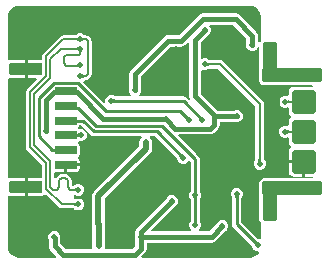
<source format=gbr>
G04*
G04 #@! TF.GenerationSoftware,Altium Limited,Altium Designer,24.7.2 (38)*
G04*
G04 Layer_Physical_Order=4*
G04 Layer_Color=6049555*
%FSLAX25Y25*%
%MOIN*%
G70*
G04*
G04 #@! TF.SameCoordinates,0AE953C0-7C88-47E9-B79E-664DAA7B62C1*
G04*
G04*
G04 #@! TF.FilePolarity,Positive*
G04*
G01*
G75*
G04:AMPARAMS|DCode=32|XSize=196.85mil|YSize=47.24mil|CornerRadius=3.54mil|HoleSize=0mil|Usage=FLASHONLY|Rotation=0.000|XOffset=0mil|YOffset=0mil|HoleType=Round|Shape=RoundedRectangle|*
%AMROUNDEDRECTD32*
21,1,0.19685,0.04016,0,0,0.0*
21,1,0.18976,0.04724,0,0,0.0*
1,1,0.00709,0.09488,-0.02008*
1,1,0.00709,-0.09488,-0.02008*
1,1,0.00709,-0.09488,0.02008*
1,1,0.00709,0.09488,0.02008*
%
%ADD32ROUNDEDRECTD32*%
G04:AMPARAMS|DCode=33|XSize=78.74mil|YSize=78.74mil|CornerRadius=5.91mil|HoleSize=0mil|Usage=FLASHONLY|Rotation=0.000|XOffset=0mil|YOffset=0mil|HoleType=Round|Shape=RoundedRectangle|*
%AMROUNDEDRECTD33*
21,1,0.07874,0.06693,0,0,0.0*
21,1,0.06693,0.07874,0,0,0.0*
1,1,0.01181,0.03347,-0.03347*
1,1,0.01181,-0.03347,-0.03347*
1,1,0.01181,-0.03347,0.03347*
1,1,0.01181,0.03347,0.03347*
%
%ADD33ROUNDEDRECTD33*%
G04:AMPARAMS|DCode=34|XSize=98.43mil|YSize=47.24mil|CornerRadius=3.54mil|HoleSize=0mil|Usage=FLASHONLY|Rotation=90.000|XOffset=0mil|YOffset=0mil|HoleType=Round|Shape=RoundedRectangle|*
%AMROUNDEDRECTD34*
21,1,0.09843,0.04016,0,0,90.0*
21,1,0.09134,0.04724,0,0,90.0*
1,1,0.00709,0.02008,0.04567*
1,1,0.00709,0.02008,-0.04567*
1,1,0.00709,-0.02008,-0.04567*
1,1,0.00709,-0.02008,0.04567*
%
%ADD34ROUNDEDRECTD34*%
%ADD61C,0.01772*%
%ADD62C,0.00618*%
%ADD63C,0.00799*%
%ADD64C,0.02165*%
%ADD65C,0.01000*%
%ADD68C,0.01968*%
G04:AMPARAMS|DCode=69|XSize=26mil|YSize=71mil|CornerRadius=1.3mil|HoleSize=0mil|Usage=FLASHONLY|Rotation=90.000|XOffset=0mil|YOffset=0mil|HoleType=Round|Shape=RoundedRectangle|*
%AMROUNDEDRECTD69*
21,1,0.02600,0.06840,0,0,90.0*
21,1,0.02340,0.07100,0,0,90.0*
1,1,0.00260,0.03420,0.01170*
1,1,0.00260,0.03420,-0.01170*
1,1,0.00260,-0.03420,-0.01170*
1,1,0.00260,-0.03420,0.01170*
%
%ADD69ROUNDEDRECTD69*%
G04:AMPARAMS|DCode=70|XSize=110mil|YSize=39mil|CornerRadius=1.95mil|HoleSize=0mil|Usage=FLASHONLY|Rotation=0.000|XOffset=0mil|YOffset=0mil|HoleType=Round|Shape=RoundedRectangle|*
%AMROUNDEDRECTD70*
21,1,0.11000,0.03510,0,0,0.0*
21,1,0.10610,0.03900,0,0,0.0*
1,1,0.00390,0.05305,-0.01755*
1,1,0.00390,-0.05305,-0.01755*
1,1,0.00390,-0.05305,0.01755*
1,1,0.00390,0.05305,0.01755*
%
%ADD70ROUNDEDRECTD70*%
G36*
X212578Y140404D02*
X213310Y140258D01*
X214000Y139972D01*
X214620Y139558D01*
X215148Y139030D01*
X215563Y138409D01*
X215849Y137720D01*
X215994Y136987D01*
X215994Y128826D01*
X215913Y128772D01*
X215640Y128363D01*
X215579Y128316D01*
X215081Y128207D01*
X215008Y128277D01*
Y130388D01*
X214862Y131124D01*
X214445Y131748D01*
X208885Y137308D01*
X208261Y137725D01*
X207525Y137872D01*
X196579D01*
X195843Y137725D01*
X195219Y137308D01*
X188574Y130663D01*
X185079D01*
X184343Y130517D01*
X183720Y130100D01*
X172656Y119036D01*
X172239Y118413D01*
X172093Y117677D01*
Y112732D01*
X172031Y112584D01*
Y111794D01*
X172334Y111065D01*
X172708Y110691D01*
X172501Y110191D01*
X167419D01*
X167266Y110344D01*
X166536Y110646D01*
X165747D01*
X165018Y110344D01*
X164460Y109785D01*
X164157Y109056D01*
Y108299D01*
X164069Y108222D01*
X163711Y108039D01*
X156836Y114913D01*
X156910Y115286D01*
X157079Y115455D01*
X157138Y115490D01*
X157193Y115539D01*
X157222Y115561D01*
X157246Y115577D01*
X157263Y115588D01*
X157276Y115594D01*
X157277Y115594D01*
X157551D01*
X157551Y115594D01*
X158061Y115696D01*
X158494Y115985D01*
X159219Y116710D01*
X159219Y116710D01*
X159509Y117143D01*
X159610Y117654D01*
X159610Y117654D01*
Y128569D01*
X159610Y128569D01*
X159509Y129080D01*
X159219Y129513D01*
X159219Y129513D01*
X158512Y130220D01*
X158079Y130510D01*
X157568Y130611D01*
X157568Y130611D01*
X157222D01*
X157210Y130619D01*
X157192Y130632D01*
X157168Y130652D01*
X157117Y130701D01*
X157041Y130750D01*
X156832Y130959D01*
X156103Y131261D01*
X155314D01*
X154584Y130959D01*
X154375Y130750D01*
X154299Y130701D01*
X154248Y130652D01*
X154224Y130632D01*
X154206Y130619D01*
X154194Y130611D01*
X150143D01*
X150143Y130611D01*
X149632Y130510D01*
X149199Y130220D01*
X149199Y130220D01*
X143461Y124482D01*
X143171Y124049D01*
X143070Y123538D01*
X143070Y123538D01*
Y122265D01*
X138295D01*
Y119291D01*
Y116318D01*
X141185D01*
X141377Y115856D01*
X138033Y112512D01*
X137743Y112079D01*
X137642Y111568D01*
X137642Y111568D01*
Y93307D01*
X137642Y93307D01*
X137743Y92796D01*
X138033Y92363D01*
X143070Y87326D01*
Y83091D01*
X138295D01*
Y80118D01*
Y77145D01*
X143100D01*
X143567Y77237D01*
X143962Y77502D01*
X144344Y77539D01*
X148644Y73239D01*
X148644Y73239D01*
X149077Y72950D01*
X149588Y72849D01*
X153652D01*
X153664Y72841D01*
X153682Y72828D01*
X153706Y72808D01*
X153757Y72759D01*
X153833Y72710D01*
X154042Y72501D01*
X154771Y72199D01*
X155561D01*
X156290Y72501D01*
X156848Y73059D01*
X157150Y73789D01*
Y74578D01*
X156848Y75307D01*
X156290Y75865D01*
X155561Y76168D01*
X154771D01*
X154122Y75899D01*
X153812Y76023D01*
X153622Y76153D01*
Y77117D01*
X153743Y77226D01*
X154122Y77399D01*
X154723Y77150D01*
X155513D01*
X156242Y77452D01*
X156800Y78010D01*
X157102Y78739D01*
Y79528D01*
X156800Y80258D01*
X156242Y80816D01*
X155513Y81118D01*
X154723D01*
X153994Y80816D01*
X153785Y80607D01*
X153709Y80559D01*
X153658Y80510D01*
X153634Y80489D01*
X153616Y80476D01*
X153604Y80469D01*
X152915D01*
X152910Y80474D01*
Y82283D01*
X152910Y82284D01*
X152808Y82794D01*
X152519Y83227D01*
X152519Y83227D01*
X151731Y84015D01*
X151298Y84304D01*
X150787Y84406D01*
X150787Y84406D01*
X149543D01*
X149543Y84406D01*
X149032Y84304D01*
X148599Y84015D01*
X148599Y84015D01*
X147875Y83290D01*
X147657Y82964D01*
X147157Y83070D01*
Y84766D01*
X147544Y85084D01*
X147564Y85079D01*
X150484D01*
Y87402D01*
X150984D01*
Y87902D01*
X155556D01*
Y88572D01*
X155469Y89012D01*
X155219Y89386D01*
X154911Y89592D01*
X154875Y89862D01*
X154911Y90133D01*
X155219Y90338D01*
X155469Y90712D01*
X155556Y91153D01*
Y93493D01*
X155469Y93934D01*
X155219Y94308D01*
X154911Y94513D01*
X154875Y94784D01*
X154910Y95041D01*
X155320Y95314D01*
X155520Y95231D01*
X156309D01*
X157039Y95533D01*
X157597Y96091D01*
X157899Y96820D01*
Y97610D01*
X157597Y98339D01*
X157039Y98897D01*
X156309Y99199D01*
X155520D01*
X155299Y99108D01*
X155219Y99229D01*
X154911Y99434D01*
X154875Y99705D01*
X154911Y99975D01*
X155219Y100181D01*
X155469Y100555D01*
X155485Y100636D01*
X156091D01*
X159283Y97444D01*
X159779Y97113D01*
X160364Y96996D01*
X176075D01*
X176226Y96496D01*
X176058Y96383D01*
X175597Y95695D01*
X175436Y94882D01*
Y93596D01*
X160310Y78470D01*
X159849Y77781D01*
X159688Y76968D01*
Y67716D01*
X159736Y67473D01*
Y60285D01*
X159835Y59789D01*
X159464Y59289D01*
X150911D01*
X149129Y61070D01*
Y62754D01*
X149153Y62812D01*
Y63601D01*
X148851Y64331D01*
X148293Y64889D01*
X147564Y65191D01*
X146774D01*
X146045Y64889D01*
X145487Y64331D01*
X145185Y63601D01*
Y62812D01*
X145284Y62573D01*
Y60274D01*
X145430Y59538D01*
X145847Y58914D01*
X147853Y56909D01*
X147661Y56447D01*
X135433D01*
X135060Y56447D01*
X134328Y56592D01*
X133638Y56878D01*
X133017Y57293D01*
X132490Y57821D01*
X132075Y58441D01*
X131789Y59131D01*
X131643Y59863D01*
Y76936D01*
X132143Y77214D01*
X132490Y77145D01*
X137295D01*
Y80118D01*
Y83091D01*
X132490D01*
X132143Y83023D01*
X131643Y83300D01*
X131643Y116109D01*
X132143Y116387D01*
X132490Y116318D01*
X137295D01*
Y119291D01*
Y122265D01*
X132490D01*
X132143Y122196D01*
X131643Y122473D01*
Y136987D01*
X131789Y137720D01*
X132075Y138409D01*
X132490Y139030D01*
X133017Y139558D01*
X133638Y139972D01*
X134328Y140258D01*
X135060Y140404D01*
X135433Y140404D01*
X212205Y140404D01*
X212578Y140404D01*
D02*
G37*
G36*
X156486Y129894D02*
X156563Y129829D01*
X156641Y129772D01*
X156721Y129723D01*
X156803Y129681D01*
X156886Y129647D01*
X156970Y129620D01*
X157056Y129601D01*
X157144Y129590D01*
X157233Y129586D01*
Y128968D01*
X157144Y128964D01*
X157056Y128953D01*
X156970Y128934D01*
X156886Y128907D01*
X156803Y128873D01*
X156721Y128831D01*
X156641Y128781D01*
X156563Y128725D01*
X156486Y128660D01*
X156411Y128588D01*
Y129966D01*
X156486Y129894D01*
D02*
G37*
G36*
X155005Y128588D02*
X154930Y128660D01*
X154853Y128725D01*
X154775Y128781D01*
X154695Y128831D01*
X154613Y128873D01*
X154531Y128907D01*
X154446Y128934D01*
X154360Y128953D01*
X154272Y128964D01*
X154183Y128968D01*
Y129586D01*
X154272Y129590D01*
X154360Y129601D01*
X154446Y129620D01*
X154531Y129647D01*
X154613Y129681D01*
X154695Y129723D01*
X154775Y129772D01*
X154853Y129829D01*
X154930Y129894D01*
X155005Y129966D01*
Y128588D01*
D02*
G37*
G36*
X155078Y125445D02*
X155002Y125517D01*
X154926Y125581D01*
X154847Y125638D01*
X154767Y125688D01*
X154686Y125730D01*
X154603Y125764D01*
X154518Y125790D01*
X154432Y125809D01*
X154345Y125821D01*
X154255Y125824D01*
Y126443D01*
X154345Y126446D01*
X154432Y126458D01*
X154518Y126477D01*
X154603Y126503D01*
X154686Y126538D01*
X154767Y126579D01*
X154847Y126629D01*
X154926Y126686D01*
X155002Y126750D01*
X155078Y126822D01*
Y125445D01*
D02*
G37*
G36*
X156397Y125355D02*
X156333Y125279D01*
X156276Y125200D01*
X156226Y125120D01*
X156185Y125039D01*
X156150Y124956D01*
X156124Y124871D01*
X156105Y124785D01*
X156093Y124698D01*
X156090Y124609D01*
X155472D01*
X155468Y124698D01*
X155456Y124785D01*
X155437Y124871D01*
X155411Y124956D01*
X155377Y125039D01*
X155335Y125120D01*
X155285Y125200D01*
X155228Y125279D01*
X155164Y125355D01*
X155092Y125431D01*
X156470D01*
X156397Y125355D01*
D02*
G37*
G36*
X198120Y121500D02*
X198183Y121451D01*
X198251Y121407D01*
X198323Y121370D01*
X198400Y121338D01*
X198481Y121312D01*
X198566Y121292D01*
X198656Y121277D01*
X198750Y121269D01*
X198848Y121266D01*
Y120466D01*
X198750Y120464D01*
X198656Y120455D01*
X198566Y120440D01*
X198481Y120420D01*
X198400Y120394D01*
X198323Y120362D01*
X198251Y120325D01*
X198183Y120281D01*
X198120Y120232D01*
X198061Y120177D01*
Y121555D01*
X198120Y121500D01*
D02*
G37*
G36*
X155180Y119830D02*
X155093Y119893D01*
X154919Y120000D01*
X154832Y120043D01*
X154746Y120080D01*
X154659Y120110D01*
X154572Y120133D01*
X154485Y120150D01*
X154399Y120160D01*
X154312Y120163D01*
X154220Y120782D01*
X154311Y120786D01*
X154399Y120798D01*
X154483Y120819D01*
X154565Y120847D01*
X154643Y120885D01*
X154718Y120930D01*
X154790Y120984D01*
X154859Y121045D01*
X154925Y121116D01*
X154987Y121194D01*
X155180Y119830D01*
D02*
G37*
G36*
X156588Y117555D02*
X156661Y117488D01*
X156737Y117430D01*
X156815Y117379D01*
X156895Y117336D01*
X156976Y117301D01*
X157060Y117273D01*
X157146Y117254D01*
X157234Y117242D01*
X157323Y117238D01*
X157297Y116620D01*
X157209Y116616D01*
X157121Y116605D01*
X157035Y116587D01*
X156950Y116561D01*
X156866Y116528D01*
X156782Y116488D01*
X156700Y116440D01*
X156620Y116384D01*
X156540Y116322D01*
X156461Y116252D01*
X156516Y117629D01*
X156588Y117555D01*
D02*
G37*
G36*
X192172Y128169D02*
Y110236D01*
X192318Y109500D01*
X192375Y109416D01*
X191986Y109097D01*
X191340Y109743D01*
X190844Y110074D01*
X190259Y110191D01*
X175531D01*
X175324Y110691D01*
X175698Y111065D01*
X176000Y111794D01*
Y112584D01*
X175938Y112732D01*
Y116880D01*
X185875Y126817D01*
X189370D01*
X190106Y126964D01*
X190730Y127381D01*
X191710Y128361D01*
X192172Y128169D01*
D02*
G37*
G36*
X166885Y109315D02*
X166933Y109282D01*
X166989Y109254D01*
X167051Y109229D01*
X167121Y109209D01*
X167198Y109192D01*
X167283Y109178D01*
X167375Y109169D01*
X167580Y109161D01*
Y108161D01*
X167474Y108159D01*
X167283Y108144D01*
X167198Y108131D01*
X167121Y108114D01*
X167051Y108093D01*
X166989Y108069D01*
X166933Y108040D01*
X166885Y108008D01*
X166845Y107972D01*
Y109350D01*
X166885Y109315D01*
D02*
G37*
G36*
X224935Y109059D02*
X224998Y109010D01*
X225066Y108967D01*
X225138Y108929D01*
X225215Y108897D01*
X225296Y108871D01*
X225381Y108851D01*
X225471Y108836D01*
X225565Y108828D01*
X225663Y108825D01*
Y108026D01*
X225565Y108023D01*
X225471Y108014D01*
X225381Y108000D01*
X225296Y107979D01*
X225215Y107953D01*
X225138Y107921D01*
X225066Y107884D01*
X224998Y107840D01*
X224935Y107791D01*
X224876Y107736D01*
Y109114D01*
X224935Y109059D01*
D02*
G37*
G36*
X195944Y103686D02*
X196089Y103561D01*
X196158Y103509D01*
X196223Y103465D01*
X196287Y103429D01*
X196347Y103400D01*
X196405Y103379D01*
X196460Y103365D01*
X196513Y103359D01*
X195487Y102439D01*
X195486Y102494D01*
X195478Y102552D01*
X195461Y102612D01*
X195436Y102674D01*
X195403Y102739D01*
X195361Y102806D01*
X195312Y102875D01*
X195255Y102947D01*
X195115Y103098D01*
X195867Y103760D01*
X195944Y103686D01*
D02*
G37*
G36*
X191539Y103673D02*
X191685Y103548D01*
X191754Y103498D01*
X191820Y103455D01*
X191885Y103421D01*
X191946Y103394D01*
X192005Y103375D01*
X192062Y103364D01*
X192116Y103360D01*
X191142Y102386D01*
X191138Y102440D01*
X191127Y102497D01*
X191108Y102556D01*
X191081Y102617D01*
X191047Y102682D01*
X191004Y102748D01*
X190954Y102817D01*
X190895Y102889D01*
X190755Y103040D01*
X191463Y103747D01*
X191539Y103673D01*
D02*
G37*
G36*
X224778Y99059D02*
X224841Y99010D01*
X224909Y98967D01*
X224981Y98929D01*
X225057Y98897D01*
X225138Y98871D01*
X225223Y98851D01*
X225313Y98836D01*
X225407Y98828D01*
X225506Y98825D01*
Y98026D01*
X225407Y98023D01*
X225313Y98014D01*
X225223Y98000D01*
X225138Y97979D01*
X225057Y97953D01*
X224981Y97921D01*
X224909Y97884D01*
X224841Y97840D01*
X224778Y97791D01*
X224719Y97736D01*
Y99114D01*
X224778Y99059D01*
D02*
G37*
G36*
X155202Y96537D02*
X155161Y96573D01*
X155114Y96606D01*
X155059Y96635D01*
X154996Y96660D01*
X154926Y96681D01*
X154849Y96699D01*
X154765Y96712D01*
X154673Y96722D01*
X154468Y96730D01*
X154485Y97730D01*
X154592Y97732D01*
X154782Y97746D01*
X154867Y97759D01*
X154945Y97776D01*
X155015Y97796D01*
X155077Y97820D01*
X155133Y97848D01*
X155181Y97879D01*
X155222Y97914D01*
X155202Y96537D01*
D02*
G37*
G36*
X189583Y91078D02*
X189729Y90953D01*
X189798Y90903D01*
X189865Y90860D01*
X189929Y90826D01*
X189990Y90799D01*
X190050Y90780D01*
X190106Y90769D01*
X190160Y90765D01*
X189186Y89791D01*
X189183Y89845D01*
X189172Y89902D01*
X189152Y89961D01*
X189126Y90022D01*
X189091Y90087D01*
X189048Y90153D01*
X188998Y90222D01*
X188940Y90294D01*
X188800Y90444D01*
X189507Y91152D01*
X189583Y91078D01*
D02*
G37*
G36*
X215954Y89187D02*
X215962Y89093D01*
X215977Y89003D01*
X215997Y88918D01*
X216023Y88837D01*
X216055Y88760D01*
X216093Y88688D01*
X216136Y88620D01*
X216185Y88557D01*
X216240Y88498D01*
X214862D01*
X214917Y88557D01*
X214966Y88620D01*
X215010Y88688D01*
X215047Y88760D01*
X215079Y88837D01*
X215105Y88918D01*
X215125Y89003D01*
X215140Y89093D01*
X215149Y89187D01*
X215152Y89285D01*
X215951D01*
X215954Y89187D01*
D02*
G37*
G36*
X211163Y129592D02*
Y127778D01*
X211101Y127630D01*
Y126840D01*
X211403Y126111D01*
X211962Y125553D01*
X212691Y125251D01*
X213480D01*
X214210Y125553D01*
X214768Y126111D01*
X215009Y126694D01*
X215509Y126594D01*
Y119331D01*
X215509Y119331D01*
Y115315D01*
X215614Y114787D01*
X215913Y114339D01*
X216361Y114039D01*
X216890Y113934D01*
X233059D01*
X233378Y113434D01*
X233359Y113393D01*
X226969D01*
X226348Y113270D01*
X225822Y112918D01*
X225470Y112392D01*
X225347Y111772D01*
Y110628D01*
X224847Y110294D01*
X224568Y110409D01*
X223779D01*
X223049Y110107D01*
X222491Y109549D01*
X222189Y108820D01*
Y108030D01*
X222491Y107301D01*
X223049Y106743D01*
X223779Y106441D01*
X224568D01*
X224847Y106556D01*
X225347Y106222D01*
Y105079D01*
X225470Y104458D01*
X225822Y103932D01*
X226163Y103704D01*
Y103146D01*
X225822Y102918D01*
X225470Y102392D01*
X225347Y101772D01*
Y100554D01*
X224847Y100229D01*
X224410Y100409D01*
X223621D01*
X222892Y100107D01*
X222334Y99549D01*
X222031Y98820D01*
Y98031D01*
X222334Y97301D01*
X222892Y96743D01*
X223621Y96441D01*
X224410D01*
X224847Y96622D01*
X225347Y96297D01*
Y95079D01*
X225470Y94458D01*
X225822Y93932D01*
X226163Y93704D01*
Y93146D01*
X225822Y92918D01*
X225470Y92392D01*
X225347Y91772D01*
Y88925D01*
X230315D01*
Y88425D01*
X230815D01*
Y83457D01*
X233359D01*
X233378Y83416D01*
X233059Y82916D01*
X216890D01*
X216361Y82811D01*
X215913Y82512D01*
X215614Y82064D01*
X215509Y81535D01*
Y77520D01*
X215509Y77520D01*
Y69055D01*
X215614Y68527D01*
X215913Y68079D01*
X215994Y68025D01*
Y62800D01*
X215579Y62522D01*
X215355Y62614D01*
X215139D01*
X209431Y68322D01*
Y76369D01*
X209584Y76522D01*
X209886Y77251D01*
Y78041D01*
X209584Y78770D01*
X209026Y79328D01*
X208296Y79630D01*
X207507D01*
X206778Y79328D01*
X206219Y78770D01*
X205917Y78041D01*
Y77251D01*
X206219Y76522D01*
X206372Y76369D01*
Y67689D01*
X206489Y67104D01*
X206820Y66607D01*
X212976Y60451D01*
Y60235D01*
X213279Y59506D01*
X213837Y58948D01*
X214566Y58646D01*
X215098D01*
X215369Y58152D01*
X215148Y57820D01*
X214620Y57293D01*
X214000Y56878D01*
X213310Y56592D01*
X212578Y56447D01*
X212205Y56447D01*
X176355D01*
X176163Y56909D01*
X177344Y58089D01*
X177761Y58713D01*
X177907Y59449D01*
Y61463D01*
X199606D01*
X200342Y61609D01*
X200966Y62026D01*
X204125Y65185D01*
X204274Y65247D01*
X204832Y65805D01*
X205134Y66534D01*
Y67324D01*
X204832Y68053D01*
X204274Y68611D01*
X203544Y68913D01*
X202755D01*
X202026Y68611D01*
X201467Y68053D01*
X201406Y67905D01*
X198810Y65309D01*
X195594D01*
X195386Y65809D01*
X195777Y66199D01*
X196079Y66928D01*
Y67717D01*
X195777Y68447D01*
X195624Y68600D01*
Y75889D01*
X195831Y76096D01*
X196133Y76825D01*
Y77614D01*
X195831Y78344D01*
X195624Y78551D01*
Y89331D01*
X195508Y89916D01*
X195176Y90412D01*
X194467Y91121D01*
X194388Y91239D01*
X188506Y97121D01*
X188698Y97583D01*
X199112D01*
X199848Y97729D01*
X200472Y98146D01*
X201753Y99428D01*
X202170Y100052D01*
X202316Y100787D01*
Y101620D01*
X207331D01*
X207479Y101559D01*
X208269D01*
X208998Y101861D01*
X209556Y102419D01*
X209858Y103149D01*
Y103938D01*
X209556Y104667D01*
X208998Y105226D01*
X208269Y105528D01*
X207479D01*
X207331Y105466D01*
X201584D01*
X196017Y111033D01*
Y118748D01*
X196517Y119067D01*
X196964Y118882D01*
X197753D01*
X198482Y119184D01*
X198686Y119388D01*
X198757Y119432D01*
X198765Y119439D01*
X201771D01*
X214124Y107086D01*
Y89202D01*
X214117Y89194D01*
X214073Y89123D01*
X213869Y88919D01*
X213567Y88190D01*
Y87401D01*
X213869Y86671D01*
X214427Y86113D01*
X215157Y85811D01*
X215946D01*
X216675Y86113D01*
X217233Y86671D01*
X217535Y87401D01*
Y88190D01*
X217233Y88919D01*
X217029Y89123D01*
X216986Y89194D01*
X216978Y89202D01*
Y107677D01*
X216978Y107677D01*
X216870Y108223D01*
X216560Y108686D01*
X216560Y108686D01*
X203371Y121875D01*
X202908Y122185D01*
X202362Y122293D01*
X202362Y122293D01*
X198765D01*
X198757Y122301D01*
X198686Y122344D01*
X198482Y122548D01*
X197753Y122850D01*
X196964D01*
X196517Y122666D01*
X196017Y122985D01*
Y128337D01*
X198220Y130540D01*
X198368Y130601D01*
X198926Y131159D01*
X199228Y131889D01*
Y132678D01*
X198926Y133407D01*
X198808Y133526D01*
X199015Y134026D01*
X206729D01*
X211163Y129592D01*
D02*
G37*
G36*
X154415Y78445D02*
X154340Y78517D01*
X154263Y78582D01*
X154185Y78639D01*
X154105Y78688D01*
X154024Y78730D01*
X153940Y78764D01*
X153856Y78791D01*
X153770Y78810D01*
X153682Y78821D01*
X153593Y78825D01*
Y79443D01*
X153682Y79447D01*
X153770Y79458D01*
X153856Y79477D01*
X153940Y79504D01*
X154024Y79538D01*
X154105Y79580D01*
X154185Y79629D01*
X154263Y79686D01*
X154340Y79751D01*
X154415Y79823D01*
Y78445D01*
D02*
G37*
G36*
X194597Y78582D02*
X194613Y78391D01*
X194627Y78307D01*
X194645Y78231D01*
X194668Y78162D01*
X194694Y78100D01*
X194725Y78046D01*
X194759Y77999D01*
X194798Y77960D01*
X193422Y77883D01*
X193455Y77925D01*
X193484Y77974D01*
X193510Y78029D01*
X193532Y78092D01*
X193551Y78163D01*
X193567Y78241D01*
X193579Y78325D01*
X193593Y78517D01*
X193595Y78623D01*
X194595Y78688D01*
X194597Y78582D01*
D02*
G37*
G36*
X208555Y76903D02*
X208523Y76855D01*
X208494Y76799D01*
X208470Y76737D01*
X208449Y76667D01*
X208432Y76590D01*
X208419Y76505D01*
X208409Y76413D01*
X208402Y76208D01*
X207402D01*
X207400Y76314D01*
X207385Y76505D01*
X207371Y76590D01*
X207354Y76667D01*
X207334Y76737D01*
X207309Y76799D01*
X207281Y76855D01*
X207248Y76903D01*
X207213Y76943D01*
X208591D01*
X208555Y76903D01*
D02*
G37*
G36*
X194798Y76480D02*
X194759Y76440D01*
X194725Y76394D01*
X194694Y76339D01*
X194668Y76278D01*
X194645Y76209D01*
X194627Y76132D01*
X194613Y76048D01*
X194597Y75858D01*
X194595Y75752D01*
X193595Y75816D01*
X193593Y75923D01*
X193579Y76114D01*
X193567Y76199D01*
X193551Y76276D01*
X193532Y76347D01*
X193510Y76410D01*
X193484Y76466D01*
X193455Y76515D01*
X193422Y76556D01*
X194798Y76480D01*
D02*
G37*
G36*
X154463Y73494D02*
X154388Y73567D01*
X154311Y73631D01*
X154233Y73688D01*
X154153Y73738D01*
X154071Y73779D01*
X153988Y73813D01*
X153904Y73840D01*
X153818Y73859D01*
X153730Y73870D01*
X153641Y73874D01*
Y74492D01*
X153730Y74496D01*
X153818Y74507D01*
X153904Y74527D01*
X153988Y74553D01*
X154071Y74587D01*
X154153Y74629D01*
X154233Y74678D01*
X154311Y74735D01*
X154388Y74800D01*
X154463Y74872D01*
Y73494D01*
D02*
G37*
G36*
X194596Y68655D02*
X194612Y68464D01*
X194625Y68379D01*
X194642Y68302D01*
X194662Y68232D01*
X194687Y68170D01*
X194715Y68114D01*
X194748Y68066D01*
X194783Y68026D01*
X193405D01*
X193441Y68066D01*
X193474Y68114D01*
X193502Y68170D01*
X193526Y68232D01*
X193547Y68302D01*
X193564Y68379D01*
X193578Y68464D01*
X193587Y68556D01*
X193595Y68761D01*
X194595D01*
X194596Y68655D01*
D02*
G37*
G36*
X188186Y89602D02*
Y89386D01*
X188488Y88657D01*
X189046Y88099D01*
X189776Y87797D01*
X190565D01*
X191294Y88099D01*
X191852Y88657D01*
X192330Y88525D01*
X192565Y88326D01*
Y78442D01*
X192467Y78344D01*
X192165Y77614D01*
Y76825D01*
X192467Y76096D01*
X192565Y75997D01*
Y68600D01*
X192412Y68447D01*
X192110Y67717D01*
Y66928D01*
X192412Y66199D01*
X192803Y65809D01*
X192596Y65309D01*
X179705D01*
X179513Y65771D01*
X187196Y73453D01*
X187345Y73515D01*
X187903Y74073D01*
X188205Y74802D01*
Y75591D01*
X187903Y76321D01*
X187345Y76879D01*
X186615Y77181D01*
X185826D01*
X185097Y76879D01*
X184538Y76321D01*
X184477Y76172D01*
X174641Y66336D01*
X174224Y65712D01*
X174077Y64977D01*
Y63968D01*
X174000Y63780D01*
Y62991D01*
X174062Y62843D01*
Y60245D01*
X173105Y59289D01*
X164335D01*
X163942Y59789D01*
X164031Y60236D01*
X163983Y60479D01*
Y67668D01*
X163935Y67911D01*
Y76089D01*
X179061Y91215D01*
X179521Y91904D01*
X179683Y92716D01*
Y94882D01*
X179521Y95695D01*
X179061Y96383D01*
X178892Y96496D01*
X179043Y96996D01*
X180792D01*
X188186Y89602D01*
D02*
G37*
G36*
X214374Y61927D02*
X214519Y61802D01*
X214588Y61752D01*
X214655Y61709D01*
X214719Y61675D01*
X214781Y61648D01*
X214840Y61629D01*
X214897Y61617D01*
X214951Y61614D01*
X213976Y60640D01*
X213973Y60694D01*
X213962Y60751D01*
X213943Y60810D01*
X213916Y60871D01*
X213881Y60935D01*
X213839Y61002D01*
X213788Y61071D01*
X213730Y61143D01*
X213590Y61293D01*
X214297Y62001D01*
X214374Y61927D01*
D02*
G37*
%LPC*%
G36*
X155556Y86902D02*
X151484D01*
Y85079D01*
X154404D01*
X154845Y85167D01*
X155219Y85417D01*
X155469Y85791D01*
X155556Y86232D01*
Y86902D01*
D02*
G37*
G36*
X229815Y87925D02*
X225347D01*
Y85079D01*
X225470Y84458D01*
X225822Y83932D01*
X226348Y83580D01*
X226969Y83457D01*
X229815D01*
Y87925D01*
D02*
G37*
%LPD*%
D32*
X226378Y117323D02*
D03*
Y79528D02*
D03*
D33*
X230315Y108425D02*
D03*
Y98425D02*
D03*
Y88425D02*
D03*
D34*
X218898Y123228D02*
D03*
Y73622D02*
D03*
D61*
X200394Y103937D02*
X200787Y103543D01*
X207874D01*
X194095Y110236D02*
X200394Y103937D01*
Y100787D02*
Y103937D01*
X194095Y110236D02*
Y129134D01*
X199112Y99506D02*
X200394Y100787D01*
X187502Y99506D02*
X199112D01*
X194095Y129134D02*
X197244Y132283D01*
X184252Y102756D02*
X187502Y99506D01*
X144488Y109055D02*
X147027Y111594D01*
X144488Y98819D02*
Y109055D01*
X175984Y63386D02*
X199606D01*
X203150Y66929D01*
X176000Y63402D02*
Y64977D01*
X175984Y63386D02*
X176000Y63402D01*
Y64977D02*
X186204Y75181D01*
X147206Y60274D02*
Y63169D01*
X147169Y63207D02*
X147206Y63169D01*
Y60274D02*
X150114Y57366D01*
X174016Y117677D02*
X185079Y128740D01*
X174016Y112189D02*
Y117677D01*
X154548Y111594D02*
X163386Y102756D01*
X184252D01*
X150114Y57366D02*
X173902D01*
X175984Y59449D01*
Y63386D01*
X147027Y111594D02*
X150570D01*
X150984Y112008D01*
X151398Y111594D02*
X154548D01*
X150984Y112008D02*
X151398Y111594D01*
X189370Y128740D02*
X196579Y135949D01*
X185079Y128740D02*
X189370D01*
X196579Y135949D02*
X207525D01*
X213086Y130388D01*
Y127235D02*
Y130388D01*
D62*
X149588Y74183D02*
X155166D01*
X144404Y79366D02*
X149588Y74183D01*
X149362Y126134D02*
X155780D01*
X145823Y122594D02*
X149362Y126134D01*
X151181Y124016D02*
X155320D01*
X155780Y124477D01*
Y126134D01*
X151181Y120472D02*
X155642D01*
X150394Y121260D02*
Y123228D01*
Y121260D02*
X151181Y120472D01*
X155642D02*
X155780Y120610D01*
X150394Y123228D02*
X151181Y124016D01*
X155786Y116949D02*
X155806Y116929D01*
X157551D01*
X158275Y117654D02*
Y128569D01*
X157568Y129277D02*
X158275Y128569D01*
X150143Y129277D02*
X157568D01*
X151575Y79921D02*
Y82284D01*
X152362Y79134D02*
X155118D01*
X151575Y79921D02*
X152362Y79134D01*
X149543Y83071D02*
X150787D01*
X151575Y82284D01*
X148819Y82347D02*
X149543Y83071D01*
X148819Y79921D02*
Y82347D01*
X146687Y79089D02*
X147987D01*
X148819Y79921D01*
X144404Y123538D02*
X150143Y129277D01*
X145823Y79954D02*
X146687Y79089D01*
X157551Y116929D02*
X158275Y117654D01*
X145823Y116409D02*
Y122594D01*
X138976Y93307D02*
Y111568D01*
Y93307D02*
X144404Y87879D01*
Y79366D02*
Y87879D01*
X138976Y111568D02*
X144404Y116996D01*
X140394Y110981D02*
X145823Y116409D01*
X140394Y94017D02*
X143073Y91339D01*
X140394Y94017D02*
Y110981D01*
X143073Y91339D02*
X145823Y88589D01*
X143073Y91339D02*
Y91339D01*
X145823Y79954D02*
Y88589D01*
X144404Y116996D02*
Y123538D01*
D63*
X215551Y87795D02*
Y107677D01*
X202362Y120866D02*
X215551Y107677D01*
X197358Y120866D02*
X202362D01*
X224016Y98425D02*
X230315D01*
X224173Y108425D02*
X230315D01*
D64*
X177559Y92716D02*
Y94882D01*
X161811Y76968D02*
X177559Y92716D01*
X161811Y67716D02*
Y76968D01*
X161859Y60285D02*
Y67668D01*
X161811Y67716D02*
X161859Y67668D01*
Y60285D02*
X161908Y60236D01*
D65*
X142004Y109644D02*
X146955Y114595D01*
X154991D01*
X164197Y105390D01*
X190259Y108661D02*
X196469Y102451D01*
Y102376D02*
Y102451D01*
X185407Y105390D02*
X185423Y105375D01*
X189127D02*
X192059Y102443D01*
X185423Y105375D02*
X189127D01*
X166142Y108661D02*
X190259D01*
X164197Y105390D02*
X185407D01*
X207902Y67689D02*
X214961Y60630D01*
X207902Y67689D02*
Y77646D01*
X194095Y67323D02*
Y89331D01*
X193307Y90118D02*
X194095Y89331D01*
X193307Y90118D02*
Y90158D01*
X183071Y100394D02*
X193307Y90158D01*
X161024Y100394D02*
X183071D01*
X181426Y98526D02*
X190170Y89781D01*
X155105Y106312D02*
X161024Y100394D01*
X160364Y98526D02*
X181426D01*
X156724Y102165D02*
X160364Y98526D01*
X150984Y102165D02*
X156724D01*
X150999Y97230D02*
X155900D01*
X150984Y97244D02*
X150999Y97230D01*
X155900D02*
X155915Y97215D01*
X142004Y96973D02*
Y109644D01*
X151759Y106312D02*
X155105D01*
X150984Y107087D02*
X151759Y106312D01*
X142004Y96973D02*
X146520Y92456D01*
X150851D01*
X150984Y92323D01*
D68*
X155166Y74183D02*
D03*
X156640Y71440D02*
D03*
X155786Y116969D02*
D03*
X155780Y120610D02*
D03*
X170866Y65354D02*
D03*
X196469Y102376D02*
D03*
X192126D02*
D03*
X144488Y98819D02*
D03*
X214961Y60630D02*
D03*
X181728Y92314D02*
D03*
X177559Y94882D02*
D03*
X207902Y77646D02*
D03*
X214173Y77953D02*
D03*
X213167Y98425D02*
D03*
X153150Y60630D02*
D03*
X194095Y59842D02*
D03*
X163137Y112166D02*
D03*
X161811Y74803D02*
D03*
X155118Y79134D02*
D03*
X156286Y81959D02*
D03*
X155780Y126134D02*
D03*
X155708Y129277D02*
D03*
X218504Y108661D02*
D03*
X194149Y77220D02*
D03*
X186614Y70866D02*
D03*
X181496Y75984D02*
D03*
X147169Y63207D02*
D03*
X147621Y133159D02*
D03*
X136614Y123228D02*
D03*
X180315Y111811D02*
D03*
X174016Y112189D02*
D03*
X185827Y111811D02*
D03*
X166142Y108661D02*
D03*
X184252Y102756D02*
D03*
X190170Y89781D02*
D03*
X155915Y97215D02*
D03*
X161908Y60236D02*
D03*
X161811Y67716D02*
D03*
X173228Y80315D02*
D03*
X197358Y120866D02*
D03*
X136614Y75590D02*
D03*
X184646Y83465D02*
D03*
X169291Y113508D02*
D03*
X159055Y114961D02*
D03*
X155905Y133071D02*
D03*
X187795Y125870D02*
D03*
X205118Y126772D02*
D03*
X197244Y132283D02*
D03*
X170866Y61024D02*
D03*
X194095Y67323D02*
D03*
X203002Y113736D02*
D03*
X181102Y120472D02*
D03*
X159843Y81890D02*
D03*
X169685Y89764D02*
D03*
Y95669D02*
D03*
X182087Y132677D02*
D03*
X213086Y127235D02*
D03*
X207911Y89785D02*
D03*
X136614Y98819D02*
D03*
X178347Y74803D02*
D03*
X186221Y75197D02*
D03*
X136614Y85433D02*
D03*
X203150Y66929D02*
D03*
X175984Y63386D02*
D03*
X197659Y89657D02*
D03*
X170866Y69685D02*
D03*
X215551Y87795D02*
D03*
X202734Y94919D02*
D03*
X205118Y129921D02*
D03*
Y123622D02*
D03*
X177165Y84646D02*
D03*
X202734Y84667D02*
D03*
X202756Y89764D02*
D03*
X207874Y103543D02*
D03*
X224173Y108425D02*
D03*
X224016Y98425D02*
D03*
X223622Y112205D02*
D03*
X136614Y139370D02*
D03*
X155512Y138583D02*
D03*
X136614Y57874D02*
D03*
X150787Y66142D02*
D03*
X136614Y112992D02*
D03*
Y130315D02*
D03*
X214173Y137008D02*
D03*
X187795Y132283D02*
D03*
Y120472D02*
D03*
X136614Y68110D02*
D03*
X224016Y88583D02*
D03*
Y92520D02*
D03*
X166142Y126378D02*
D03*
D69*
X150984Y87402D02*
D03*
Y92323D02*
D03*
Y97244D02*
D03*
Y102165D02*
D03*
Y107087D02*
D03*
Y112008D02*
D03*
D70*
X137795Y80118D02*
D03*
Y119291D02*
D03*
M02*

</source>
